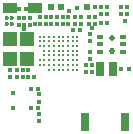
<source format=gts>
G04 Layer_Color=8388736*
%FSLAX25Y25*%
%MOIN*%
G70*
G01*
G75*
%ADD26C,0.01968*%
%ADD29C,0.01260*%
%ADD30R,0.02323X0.01732*%
%ADD31R,0.04803X0.03622*%
%ADD32R,0.01299X0.01299*%
%ADD33R,0.02047X0.02441*%
%ADD34R,0.04803X0.03228*%
%ADD35R,0.01299X0.01299*%
%ADD36R,0.01496X0.01299*%
%ADD37R,0.03150X0.06142*%
%ADD38R,0.02756X0.04724*%
%ADD39R,0.04724X0.05118*%
%ADD40C,0.02047*%
%ADD41C,0.01417*%
%ADD42C,0.01654*%
D26*
X36614Y-11811D02*
D03*
D29*
X25197Y-20866D02*
D03*
Y-14567D02*
D03*
X20472D02*
D03*
X18898Y-12992D02*
D03*
Y-11417D02*
D03*
X22047Y-12992D02*
D03*
X17323Y-16142D02*
D03*
Y-17717D02*
D03*
X18898Y-20866D02*
D03*
X17323Y-19291D02*
D03*
X15748Y-16142D02*
D03*
Y-17717D02*
D03*
Y-19291D02*
D03*
Y-20866D02*
D03*
X17323Y-11417D02*
D03*
X22047Y-22441D02*
D03*
X23622Y-11417D02*
D03*
X20472Y-17717D02*
D03*
Y-20866D02*
D03*
Y-22441D02*
D03*
X25197Y-17717D02*
D03*
X12598Y-20866D02*
D03*
X18898Y-17717D02*
D03*
X22047Y-19291D02*
D03*
X23622Y-14567D02*
D03*
X20472Y-16142D02*
D03*
X23622D02*
D03*
Y-17717D02*
D03*
X12598Y-11417D02*
D03*
X14173D02*
D03*
X17323Y-14567D02*
D03*
X18898Y-22441D02*
D03*
X15748Y-11417D02*
D03*
Y-12992D02*
D03*
Y-22441D02*
D03*
X23622D02*
D03*
X17323D02*
D03*
X23622Y-20866D02*
D03*
X22047D02*
D03*
X17323Y-20866D02*
D03*
X14173Y-20866D02*
D03*
X23622Y-19291D02*
D03*
X18898D02*
D03*
X14173D02*
D03*
X12598D02*
D03*
X22047Y-17717D02*
D03*
X14173D02*
D03*
X22047Y-16142D02*
D03*
X18898D02*
D03*
X14173D02*
D03*
X22047Y-14567D02*
D03*
X18898D02*
D03*
X14173D02*
D03*
X12598D02*
D03*
X23622Y-12992D02*
D03*
X20472D02*
D03*
X17323D02*
D03*
X22047Y-11417D02*
D03*
X20472D02*
D03*
X25197Y-22441D02*
D03*
Y-19291D02*
D03*
Y-16142D02*
D03*
Y-12992D02*
D03*
Y-11417D02*
D03*
X20472Y-19291D02*
D03*
X12598Y-12992D02*
D03*
X14173D02*
D03*
X15748Y-14567D02*
D03*
D30*
X40453Y-11417D02*
D03*
Y-13976D02*
D03*
Y-16535D02*
D03*
X32776D02*
D03*
Y-13976D02*
D03*
Y-11417D02*
D03*
D31*
X10925Y-2067D02*
D03*
D32*
X29232Y-10433D02*
D03*
Y-12795D02*
D03*
X34941Y-3839D02*
D03*
Y-1476D02*
D03*
X41831Y-1476D02*
D03*
Y-3839D02*
D03*
X39862D02*
D03*
Y-1476D02*
D03*
X28051Y-20866D02*
D03*
Y-23228D02*
D03*
X20276Y-5020D02*
D03*
Y-7382D02*
D03*
X18307D02*
D03*
Y-5020D02*
D03*
X16339Y-7382D02*
D03*
Y-5020D02*
D03*
X14567Y-7382D02*
D03*
Y-5020D02*
D03*
X2850Y-22539D02*
D03*
Y-24902D02*
D03*
X5020Y-22539D02*
D03*
Y-24902D02*
D03*
X6890Y-22539D02*
D03*
Y-24902D02*
D03*
X8662Y-22539D02*
D03*
Y-24902D02*
D03*
X30020Y-20866D02*
D03*
Y-23228D02*
D03*
X26476Y-5020D02*
D03*
Y-7382D02*
D03*
X12697D02*
D03*
Y-5020D02*
D03*
X33071Y-1476D02*
D03*
Y-3839D02*
D03*
X29035Y-5020D02*
D03*
Y-7382D02*
D03*
X31102Y-5020D02*
D03*
Y-7382D02*
D03*
X9350Y-5126D02*
D03*
Y-7488D02*
D03*
X12402Y-33071D02*
D03*
Y-30709D02*
D03*
Y-39567D02*
D03*
Y-37205D02*
D03*
X22145Y-5020D02*
D03*
Y-7382D02*
D03*
X7509Y-7482D02*
D03*
Y-5120D02*
D03*
X5600Y-7480D02*
D03*
Y-5118D02*
D03*
D33*
X28248Y-1476D02*
D03*
X16437D02*
D03*
X19685D02*
D03*
D34*
X2854Y-1969D02*
D03*
D35*
X9646Y-35138D02*
D03*
X12008D02*
D03*
X9744Y-28740D02*
D03*
X12106D02*
D03*
X42224Y-22244D02*
D03*
X39862D02*
D03*
X8169Y-2165D02*
D03*
X5807D02*
D03*
D36*
X24311Y-7382D02*
D03*
Y-5020D02*
D03*
D37*
X41166Y-39764D02*
D03*
X27756D02*
D03*
D38*
X32776Y-22145D02*
D03*
X37116D02*
D03*
D39*
X8366Y-12124D02*
D03*
Y-18816D02*
D03*
X2854D02*
D03*
Y-12124D02*
D03*
D40*
X36614Y-16142D02*
D03*
D41*
X3543Y-7087D02*
D03*
X1575D02*
D03*
Y-5118D02*
D03*
X3543D02*
D03*
D42*
X10827Y-24902D02*
D03*
X25098Y-2067D02*
D03*
X30118Y-8563D02*
D03*
X31102Y-1476D02*
D03*
X3740Y-35138D02*
D03*
X3642Y-30217D02*
D03*
X22245Y-2854D02*
D03*
X29528Y-18996D02*
D03*
X19685Y-1476D02*
D03*
X23720Y-9350D02*
D03*
X7500Y-8900D02*
D03*
X10925Y-1870D02*
D03*
X16437Y-1476D02*
D03*
X28248D02*
D03*
X32776Y-22146D02*
D03*
X37008D02*
D03*
X33071Y-6988D02*
D03*
X41043Y-6299D02*
D03*
X35039Y-6988D02*
D03*
X29528Y-16535D02*
D03*
X26083Y-9350D02*
D03*
X11220Y-7382D02*
D03*
X2700Y-12200D02*
D03*
X2900Y-18700D02*
D03*
M02*

</source>
